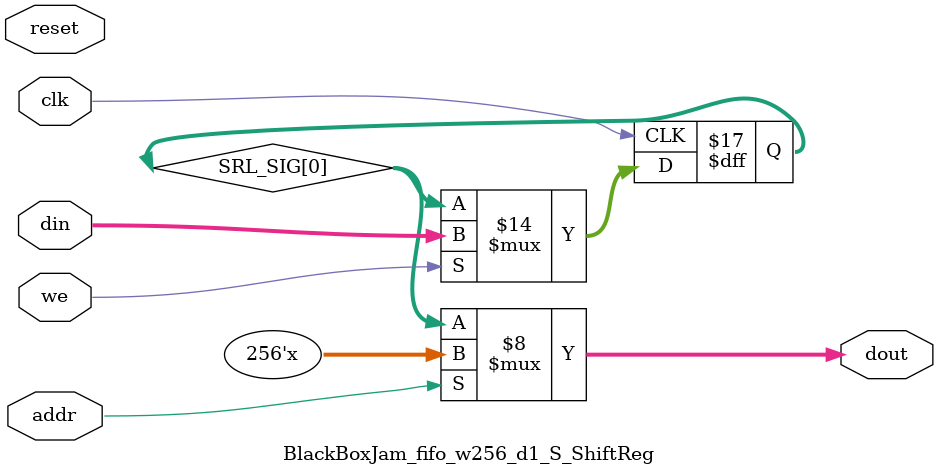
<source format=v>

`timescale 1ns/1ps

module BlackBoxJam_fifo_w256_d1_S
#(parameter
    MEM_STYLE    = "shiftReg",
    DATA_WIDTH   = 256,
    ADDR_WIDTH   = 1,
    DEPTH        = 1)
(
    // system signal
    input  wire                  clk,
    input  wire                  reset,

    // write
    output wire                  if_full_n,
    input  wire                  if_write_ce,
    input  wire                  if_write,
    input  wire [DATA_WIDTH-1:0] if_din,
    
    // read 
    output wire [ADDR_WIDTH:0]   if_num_data_valid, // for FRP
    output wire [ADDR_WIDTH:0]   if_fifo_cap,       // for FRP

    output wire                  if_empty_n,
    input  wire                  if_read_ce,
    input  wire                  if_read,
    output wire [DATA_WIDTH-1:0] if_dout
);
//------------------------Parameter----------------------

//------------------------Local signal-------------------
    wire [ADDR_WIDTH-1:0] addr;
    wire                  push;
    wire                  pop;
    reg signed [ADDR_WIDTH:0] mOutPtr;
    reg                   empty_n = 1'b0;
    reg                   full_n = 1'b1; 
    // has num_data_valid? 
    reg  [ADDR_WIDTH:0]   num_data_valid; //yes 
//------------------------Instantiation------------------
    BlackBoxJam_fifo_w256_d1_S_ShiftReg 
    #(  .DATA_WIDTH (DATA_WIDTH),
        .ADDR_WIDTH (ADDR_WIDTH),
        .DEPTH      (DEPTH))
    U_BlackBoxJam_fifo_w256_d1_S_ShiftReg (
        .clk        (clk),
        .we         (push),
        .addr       (addr),
        .din        (if_din),
        .dout       (if_dout)
    );
//------------------------Task and function--------------

//------------------------Body---------------------------
    // num_data_valid 
    assign if_num_data_valid = num_data_valid;
    assign if_fifo_cap       = DEPTH;

    // almost full/empty 

    // program full/empty 

    assign if_full_n  = full_n; 
    assign if_empty_n = empty_n;

    assign push       = full_n & if_write_ce & if_write;
    assign pop        = empty_n & if_read_ce & if_read;

    assign addr       = mOutPtr[ADDR_WIDTH] == 1'b0 ? mOutPtr[ADDR_WIDTH-1:0] : {ADDR_WIDTH{1'b0}};

    // mOutPtr
    always @(posedge clk) begin
        if (reset)
            mOutPtr <= {ADDR_WIDTH+1{1'b1}};
        else if (push & ~pop)
            mOutPtr <= mOutPtr + 1'b1;
        else if (~push & pop)
            mOutPtr <= mOutPtr - 1'b1;
    end

    // full_n
    always @(posedge clk) begin
        if (reset)
            full_n <= 1'b1;
        else if ((push & ~pop) && (mOutPtr == DEPTH - 2))
            full_n <= 1'b0;
        else if (~push & pop)
            full_n <= 1'b1;
    end

    // empty_n
    always @(posedge clk) begin
        if (reset)
            empty_n <= 1'b0;
        else if (push & ~pop)
            empty_n <= 1'b1;
        else if ((~push & pop) && (mOutPtr == 0))
            empty_n <= 1'b0;
    end

    // almost_full_n 

    // almost_empty_n 

    // prog_full_n 
 
    // prog_empty_n 

    // num_data_valid 
    always @(posedge clk) begin
        if (reset)
            num_data_valid <= {ADDR_WIDTH+1{1'b0}};
        else if ( push & ~pop)
            num_data_valid <= num_data_valid + 1;
        else if (~push & pop)
            num_data_valid <= num_data_valid - 1;
    end // 

endmodule  


module BlackBoxJam_fifo_w256_d1_S_ShiftReg
#(parameter
    DATA_WIDTH  = 256,
    ADDR_WIDTH  = 1,
    DEPTH       = 1)
(
    input  wire                  clk,
    input  wire                  reset,
    input  wire                  we,
    input  wire [ADDR_WIDTH-1:0] addr,
    input  wire [DATA_WIDTH-1:0] din,
    output wire [DATA_WIDTH-1:0] dout
);

    reg [DATA_WIDTH-1:0] SRL_SIG [0:DEPTH-1];
    integer i;

    always @ (posedge clk) begin
        if (we) begin
            for (i=0; i<DEPTH-1; i=i+1)
                SRL_SIG[i+1] <= SRL_SIG[i];
            SRL_SIG[0] <= din;
        end
    end

    assign dout = SRL_SIG[addr];

endmodule
</source>
